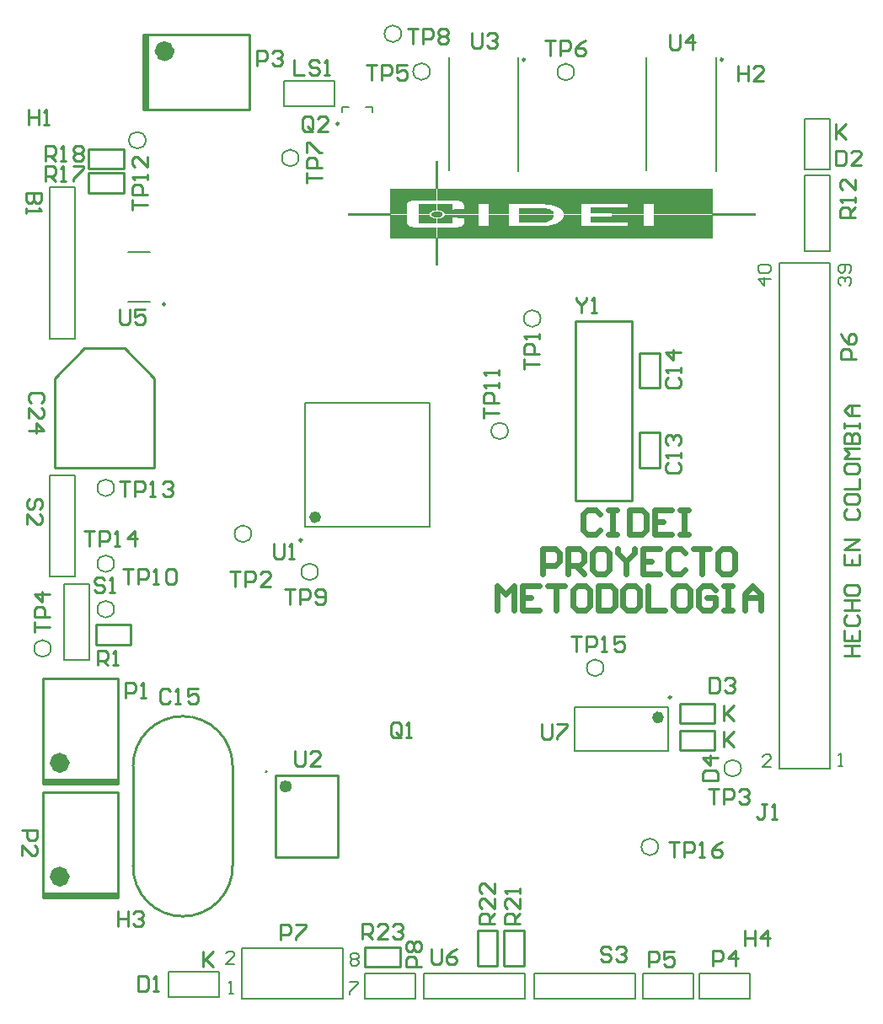
<source format=gto>
%FSLAX24Y24*%
%MOIN*%
G70*
G01*
G75*
G04 Layer_Color=65535*
%ADD10C,0.0079*%
%ADD11C,0.0394*%
%ADD12C,0.0098*%
%ADD13C,0.0236*%
%ADD14C,0.0250*%
%ADD15C,0.0100*%
%ADD16C,0.0010*%
%ADD17C,0.0218*%
%ADD18C,0.0080*%
D10*
X25182Y64650D02*
G03*
X25182Y64650I-332J0D01*
G01*
X23932Y50900D02*
G03*
X23932Y50900I-332J0D01*
G01*
X36427Y67367D02*
G03*
X36427Y67367I-332J0D01*
G01*
X35293Y68861D02*
G03*
X35293Y68861I-332J0D01*
G01*
X42132Y67350D02*
G03*
X42132Y67350I-332J0D01*
G01*
X31232Y63950D02*
G03*
X31232Y63950I-332J0D01*
G01*
X23932Y47900D02*
G03*
X23932Y47900I-332J0D01*
G01*
Y46100D02*
G03*
X23932Y46100I-332J0D01*
G01*
X43296Y43783D02*
G03*
X43296Y43783I-332J0D01*
G01*
X40804Y57598D02*
G03*
X40804Y57598I-332J0D01*
G01*
X29362Y49085D02*
G03*
X29362Y49085I-332J0D01*
G01*
X48737Y39811D02*
G03*
X48737Y39811I-332J0D01*
G01*
X21432Y44550D02*
G03*
X21432Y44550I-332J0D01*
G01*
X32001Y47579D02*
G03*
X32001Y47579I-332J0D01*
G01*
X39517Y53150D02*
G03*
X39517Y53150I-332J0D01*
G01*
X45457Y36701D02*
G03*
X45457Y36701I-332J0D01*
G01*
X44850Y30700D02*
Y31700D01*
X46850D01*
Y30700D02*
Y31700D01*
X44850Y30700D02*
X46850D01*
X21400Y47400D02*
X22400D01*
X21400D02*
Y51400D01*
X22400Y47400D02*
Y51400D01*
X21400D02*
X22400D01*
X47100Y30700D02*
Y31700D01*
X49100D01*
Y30700D02*
Y31700D01*
X47100Y30700D02*
X49100D01*
X39928Y63434D02*
Y67916D01*
X37172Y63454D02*
Y67916D01*
X52250Y39800D02*
Y59800D01*
X50250Y39800D02*
Y59800D01*
Y39800D02*
X52250D01*
X50250Y59800D02*
X52250D01*
X24487Y60234D02*
X25353D01*
X24487Y58266D02*
X25353D01*
X42139Y40484D02*
Y42216D01*
X45840Y40484D02*
Y42216D01*
X42139Y40484D02*
X45840D01*
X42139Y42216D02*
X45840D01*
X32959Y65779D02*
Y65976D01*
X33228D01*
X34141Y65779D02*
Y65976D01*
X33870D02*
X34141D01*
X47756Y63434D02*
Y67916D01*
X45000Y63454D02*
Y67916D01*
X36411Y49348D02*
Y54270D01*
X31490Y49348D02*
Y54270D01*
X36411D01*
X31490Y49348D02*
X36411D01*
X36200Y30700D02*
Y31700D01*
X40200D01*
X36200Y30700D02*
X40200D01*
Y31700D01*
X40550Y30700D02*
Y31700D01*
X44550D01*
X40550Y30700D02*
X44550D01*
Y31700D01*
X21950Y47100D02*
X22950D01*
Y44100D02*
Y47100D01*
X21950Y44100D02*
X22950D01*
X21950D02*
Y47100D01*
X51250Y60250D02*
X52250D01*
X51250D02*
Y63250D01*
X52250D01*
Y60250D02*
Y63250D01*
X33851Y30708D02*
Y31708D01*
X35851D01*
Y30708D02*
Y31708D01*
X33851Y30708D02*
X35851D01*
X29000Y30700D02*
X33000D01*
X29000Y32700D02*
X33000D01*
X29000Y30700D02*
Y32700D01*
X33000Y30700D02*
Y32700D01*
X32656Y65990D02*
Y66990D01*
X30656Y65990D02*
X32656D01*
X30656D02*
Y66990D01*
X32656D01*
X51250Y65500D02*
X52250D01*
Y63500D02*
Y65500D01*
X51250Y63500D02*
X52250D01*
X51250D02*
Y65500D01*
X28100Y30750D02*
Y31750D01*
X26100Y30750D02*
X28100D01*
X26100D02*
Y31750D01*
X28100D01*
X21400Y62800D02*
X22400D01*
X21400Y56800D02*
X22400D01*
X21400D02*
Y62800D01*
X22400Y56800D02*
Y62800D01*
D11*
X21974Y40027D02*
G03*
X21974Y40027I-197J0D01*
G01*
Y35527D02*
G03*
X21974Y35527I-197J0D01*
G01*
X26124Y68173D02*
G03*
X26124Y68173I-197J0D01*
G01*
D12*
X40188Y67836D02*
G03*
X40188Y67836I-49J0D01*
G01*
X25953Y58165D02*
G03*
X25953Y58165I-49J0D01*
G01*
X45968Y42620D02*
G03*
X45968Y42620I-49J0D01*
G01*
X32818Y65303D02*
G03*
X32818Y65303I-49J0D01*
G01*
X48016Y67836D02*
G03*
X48016Y67836I-49J0D01*
G01*
X31362Y48836D02*
G03*
X31362Y48836I-49J0D01*
G01*
D13*
X45564Y41822D02*
G03*
X45564Y41822I-118J0D01*
G01*
X32002Y49742D02*
G03*
X32002Y49742I-118J0D01*
G01*
D14*
X30834Y39094D02*
G03*
X30834Y39094I-114J0D01*
G01*
D15*
X29960Y39680D02*
G03*
X29960Y39680I-20J0D01*
G01*
X28619Y39900D02*
G03*
X24681Y39900I-1969J0D01*
G01*
Y35963D02*
G03*
X28619Y35963I1969J-39D01*
G01*
X46315Y42374D02*
X47693D01*
Y41587D02*
Y42374D01*
X46315Y41587D02*
X47693D01*
X46315D02*
Y42374D01*
X46394D01*
X23216Y44706D02*
X24594D01*
X23216D02*
Y45494D01*
X24594D01*
Y44706D02*
Y45494D01*
X24515Y44706D02*
X24594D01*
X33866Y31956D02*
X35244D01*
X33866D02*
Y32744D01*
X35244D01*
Y31956D02*
Y32744D01*
X35165Y31956D02*
X35244D01*
X44717Y51706D02*
Y53084D01*
X45504D01*
Y51706D02*
Y53084D01*
X44717Y51706D02*
X45504D01*
X44717D02*
Y51785D01*
X45504Y54866D02*
Y56244D01*
X44717Y54866D02*
X45504D01*
X44717D02*
Y56244D01*
X45504D01*
Y56165D02*
Y56244D01*
X22923Y63517D02*
X24301D01*
X22923D02*
Y64304D01*
X24301D01*
Y63517D02*
Y64304D01*
X24222Y63517D02*
X24301D01*
X22923Y62567D02*
X24301D01*
X22923D02*
Y63354D01*
X24301D01*
Y62567D02*
Y63354D01*
X24222Y62567D02*
X24301D01*
X39356Y32006D02*
Y33384D01*
X40144D01*
Y32006D02*
Y33384D01*
X39356Y32006D02*
X40144D01*
X39356D02*
Y32085D01*
X38306Y32006D02*
Y33384D01*
X39094D01*
Y32006D02*
Y33384D01*
X38306Y32006D02*
X39094D01*
X38306D02*
Y32085D01*
X21108Y39397D02*
X21147Y39357D01*
X24100D01*
Y39279D02*
Y39357D01*
X21108Y39279D02*
X24100D01*
X21108Y39200D02*
Y43373D01*
X24100D01*
Y39200D02*
Y43373D01*
X21108Y39200D02*
X24100D01*
X21108Y34897D02*
X21147Y34857D01*
X24100D01*
Y34779D02*
Y34857D01*
X21108Y34779D02*
X24100D01*
X21108Y34700D02*
Y38873D01*
X24100D01*
Y34700D02*
Y38873D01*
X21108Y34700D02*
X24100D01*
X22763Y56425D02*
X24337D01*
X21581Y55244D02*
X22763Y56425D01*
X21581Y51700D02*
Y55244D01*
Y51700D02*
X25519D01*
Y55244D01*
X24337Y56425D02*
X25519Y55244D01*
X30320Y36280D02*
X32800D01*
X30320D02*
Y39520D01*
X32800Y36280D02*
Y39510D01*
X32790Y39520D02*
X32800Y39510D01*
X30320Y39520D02*
X32790D01*
X42176Y50407D02*
Y57493D01*
X44412D01*
Y50407D02*
Y57493D01*
X42176Y50407D02*
X44412D01*
X25257Y68803D02*
X25297Y68842D01*
X25257Y65850D02*
Y68803D01*
X25179Y65850D02*
X25257D01*
X25179D02*
Y68842D01*
X25100D02*
X29273D01*
Y65850D02*
Y68842D01*
X25100Y65850D02*
X29273D01*
X25100D02*
Y68842D01*
X28619Y35963D02*
Y39900D01*
X24681Y35963D02*
Y39900D01*
X46315Y41303D02*
X47693D01*
Y40516D02*
Y41303D01*
X46315Y40516D02*
X47693D01*
X46315D02*
Y41303D01*
X46394D01*
X21050Y62550D02*
X20450D01*
Y62250D01*
X20550Y62150D01*
X20650D01*
X20750Y62250D01*
Y62550D01*
Y62250D01*
X20850Y62150D01*
X20950D01*
X21050Y62250D01*
Y62550D01*
X20450Y61950D02*
Y61750D01*
Y61850D01*
X21050D01*
X20950Y61950D01*
X45850Y51900D02*
X45750Y51800D01*
Y51600D01*
X45850Y51500D01*
X46250D01*
X46350Y51600D01*
Y51800D01*
X46250Y51900D01*
X46350Y52100D02*
Y52300D01*
Y52200D01*
X45750D01*
X45850Y52100D01*
Y52600D02*
X45750Y52700D01*
Y52900D01*
X45850Y53000D01*
X45950D01*
X46050Y52900D01*
Y52800D01*
Y52900D01*
X46150Y53000D01*
X46250D01*
X46350Y52900D01*
Y52700D01*
X46250Y52600D01*
X45861Y55250D02*
X45761Y55150D01*
Y54950D01*
X45861Y54850D01*
X46261D01*
X46360Y54950D01*
Y55150D01*
X46261Y55250D01*
X46360Y55450D02*
Y55650D01*
Y55550D01*
X45761D01*
X45861Y55450D01*
X46360Y56250D02*
X45761D01*
X46061Y55950D01*
Y56350D01*
X24900Y31600D02*
Y31000D01*
X25200D01*
X25300Y31100D01*
Y31500D01*
X25200Y31600D01*
X24900D01*
X25500Y31000D02*
X25700D01*
X25600D01*
Y31600D01*
X25500Y31500D01*
X52487Y64245D02*
Y63646D01*
X52787D01*
X52887Y63746D01*
Y64146D01*
X52787Y64245D01*
X52487D01*
X53487Y63646D02*
X53087D01*
X53487Y64046D01*
Y64146D01*
X53387Y64245D01*
X53187D01*
X53087Y64146D01*
X47500Y43400D02*
Y42800D01*
X47800D01*
X47900Y42900D01*
Y43300D01*
X47800Y43400D01*
X47500D01*
X48100Y43300D02*
X48200Y43400D01*
X48400D01*
X48500Y43300D01*
Y43200D01*
X48400Y43100D01*
X48300D01*
X48400D01*
X48500Y43000D01*
Y42900D01*
X48400Y42800D01*
X48200D01*
X48100Y42900D01*
X47221Y39320D02*
X47821D01*
Y39620D01*
X47721Y39720D01*
X47321D01*
X47221Y39620D01*
Y39320D01*
X47821Y40220D02*
X47221D01*
X47521Y39920D01*
Y40320D01*
X20557Y65869D02*
Y65269D01*
Y65569D01*
X20957D01*
Y65869D01*
Y65269D01*
X21157D02*
X21357D01*
X21257D01*
Y65869D01*
X21157Y65769D01*
X48626Y67595D02*
Y66995D01*
Y67295D01*
X49026D01*
Y67595D01*
Y66995D01*
X49626D02*
X49226D01*
X49626Y67395D01*
Y67495D01*
X49526Y67595D01*
X49326D01*
X49226Y67495D01*
X24078Y34151D02*
Y33552D01*
Y33851D01*
X24477D01*
Y34151D01*
Y33552D01*
X24677Y34051D02*
X24777Y34151D01*
X24977D01*
X25077Y34051D01*
Y33951D01*
X24977Y33851D01*
X24877D01*
X24977D01*
X25077Y33752D01*
Y33652D01*
X24977Y33552D01*
X24777D01*
X24677Y33652D01*
X48885Y33403D02*
Y32804D01*
Y33103D01*
X49285D01*
Y33403D01*
Y32804D01*
X49785D02*
Y33403D01*
X49485Y33103D01*
X49885D01*
X31050Y67818D02*
Y67218D01*
X31450D01*
X32050Y67718D02*
X31950Y67818D01*
X31750D01*
X31650Y67718D01*
Y67618D01*
X31750Y67518D01*
X31950D01*
X32050Y67418D01*
Y67318D01*
X31950Y67218D01*
X31750D01*
X31650Y67318D01*
X32250Y67218D02*
X32450D01*
X32350D01*
Y67818D01*
X32250Y67718D01*
X47619Y31986D02*
Y32586D01*
X47919D01*
X48019Y32486D01*
Y32286D01*
X47919Y32186D01*
X47619D01*
X48519Y31986D02*
Y32586D01*
X48219Y32286D01*
X48619D01*
X45100Y31950D02*
Y32550D01*
X45400D01*
X45500Y32450D01*
Y32250D01*
X45400Y32150D01*
X45100D01*
X46100Y32550D02*
X45700D01*
Y32250D01*
X45900Y32350D01*
X46000D01*
X46100Y32250D01*
Y32050D01*
X46000Y31950D01*
X45800D01*
X45700Y32050D01*
X30516Y33043D02*
Y33642D01*
X30816D01*
X30916Y33542D01*
Y33342D01*
X30816Y33242D01*
X30516D01*
X31116Y33642D02*
X31515D01*
Y33542D01*
X31116Y33142D01*
Y33043D01*
X36100Y31950D02*
X35500D01*
Y32250D01*
X35600Y32350D01*
X35800D01*
X35900Y32250D01*
Y31950D01*
X35600Y32550D02*
X35500Y32650D01*
Y32850D01*
X35600Y32950D01*
X35700D01*
X35800Y32850D01*
X35900Y32950D01*
X36000D01*
X36100Y32850D01*
Y32650D01*
X36000Y32550D01*
X35900D01*
X35800Y32650D01*
X35700Y32550D01*
X35600D01*
X35800Y32650D02*
Y32850D01*
X23294Y43880D02*
Y44479D01*
X23594D01*
X23694Y44379D01*
Y44179D01*
X23594Y44079D01*
X23294D01*
X23494D02*
X23694Y43880D01*
X23894D02*
X24094D01*
X23994D01*
Y44479D01*
X23894Y44379D01*
X53250Y61600D02*
X52650D01*
Y61900D01*
X52750Y62000D01*
X52950D01*
X53050Y61900D01*
Y61600D01*
Y61800D02*
X53250Y62000D01*
Y62200D02*
Y62400D01*
Y62300D01*
X52650D01*
X52750Y62200D01*
X53250Y63100D02*
Y62700D01*
X52850Y63100D01*
X52750D01*
X52650Y63000D01*
Y62800D01*
X52750Y62700D01*
X21203Y63017D02*
Y63616D01*
X21503D01*
X21603Y63516D01*
Y63316D01*
X21503Y63216D01*
X21203D01*
X21403D02*
X21603Y63017D01*
X21803D02*
X22003D01*
X21903D01*
Y63616D01*
X21803Y63516D01*
X22303Y63616D02*
X22703D01*
Y63516D01*
X22303Y63116D01*
Y63017D01*
X21203Y63822D02*
Y64422D01*
X21503D01*
X21603Y64322D01*
Y64122D01*
X21503Y64022D01*
X21203D01*
X21403D02*
X21603Y63822D01*
X21803D02*
X22003D01*
X21903D01*
Y64422D01*
X21803Y64322D01*
X22303D02*
X22403Y64422D01*
X22603D01*
X22703Y64322D01*
Y64222D01*
X22603Y64122D01*
X22703Y64022D01*
Y63922D01*
X22603Y63822D01*
X22403D01*
X22303Y63922D01*
Y64022D01*
X22403Y64122D01*
X22303Y64222D01*
Y64322D01*
X22403Y64122D02*
X22603D01*
X40000Y33650D02*
X39400D01*
Y33950D01*
X39500Y34050D01*
X39700D01*
X39800Y33950D01*
Y33650D01*
Y33850D02*
X40000Y34050D01*
Y34650D02*
Y34250D01*
X39600Y34650D01*
X39500D01*
X39400Y34550D01*
Y34350D01*
X39500Y34250D01*
X40000Y34850D02*
Y35050D01*
Y34950D01*
X39400D01*
X39500Y34850D01*
X39000Y33650D02*
X38400D01*
Y33950D01*
X38500Y34050D01*
X38700D01*
X38800Y33950D01*
Y33650D01*
Y33850D02*
X39000Y34050D01*
Y34650D02*
Y34250D01*
X38600Y34650D01*
X38500D01*
X38400Y34550D01*
Y34350D01*
X38500Y34250D01*
X39000Y35249D02*
Y34850D01*
X38600Y35249D01*
X38500D01*
X38400Y35150D01*
Y34950D01*
X38500Y34850D01*
X33750Y33050D02*
Y33650D01*
X34050D01*
X34150Y33550D01*
Y33350D01*
X34050Y33250D01*
X33750D01*
X33950D02*
X34150Y33050D01*
X34750D02*
X34350D01*
X34750Y33450D01*
Y33550D01*
X34650Y33650D01*
X34450D01*
X34350Y33550D01*
X34950D02*
X35050Y33650D01*
X35250D01*
X35349Y33550D01*
Y33450D01*
X35250Y33350D01*
X35150D01*
X35250D01*
X35349Y33250D01*
Y33150D01*
X35250Y33050D01*
X35050D01*
X34950Y33150D01*
X23550Y47250D02*
X23450Y47350D01*
X23250D01*
X23150Y47250D01*
Y47150D01*
X23250Y47050D01*
X23450D01*
X23550Y46950D01*
Y46850D01*
X23450Y46750D01*
X23250D01*
X23150Y46850D01*
X23750Y46750D02*
X23950D01*
X23850D01*
Y47350D01*
X23750Y47250D01*
X20981Y50079D02*
X21081Y50179D01*
Y50379D01*
X20981Y50479D01*
X20881D01*
X20781Y50379D01*
Y50179D01*
X20681Y50079D01*
X20581D01*
X20481Y50179D01*
Y50379D01*
X20581Y50479D01*
X20481Y49479D02*
Y49879D01*
X20881Y49479D01*
X20981D01*
X21081Y49579D01*
Y49779D01*
X20981Y49879D01*
X43600Y32650D02*
X43500Y32750D01*
X43300D01*
X43200Y32650D01*
Y32550D01*
X43300Y32450D01*
X43500D01*
X43600Y32350D01*
Y32250D01*
X43500Y32150D01*
X43300D01*
X43200Y32250D01*
X43800Y32650D02*
X43900Y32750D01*
X44100D01*
X44200Y32650D01*
Y32550D01*
X44100Y32450D01*
X44000D01*
X44100D01*
X44200Y32350D01*
Y32250D01*
X44100Y32150D01*
X43900D01*
X43800Y32250D01*
X40148Y55591D02*
Y55990D01*
Y55790D01*
X40748D01*
Y56190D02*
X40148D01*
Y56490D01*
X40248Y56590D01*
X40448D01*
X40548Y56490D01*
Y56190D01*
X40748Y56790D02*
Y56990D01*
Y56890D01*
X40148D01*
X40248Y56790D01*
X28518Y47600D02*
X28918D01*
X28718D01*
Y47000D01*
X29118D02*
Y47600D01*
X29418D01*
X29518Y47500D01*
Y47300D01*
X29418Y47200D01*
X29118D01*
X30118Y47000D02*
X29718D01*
X30118Y47400D01*
Y47500D01*
X30018Y47600D01*
X29818D01*
X29718Y47500D01*
X47450Y39000D02*
X47850D01*
X47650D01*
Y38400D01*
X48050D02*
Y39000D01*
X48350D01*
X48450Y38900D01*
Y38700D01*
X48350Y38600D01*
X48050D01*
X48650Y38900D02*
X48750Y39000D01*
X48950D01*
X49049Y38900D01*
Y38800D01*
X48950Y38700D01*
X48850D01*
X48950D01*
X49049Y38600D01*
Y38500D01*
X48950Y38400D01*
X48750D01*
X48650Y38500D01*
X20800Y45200D02*
Y45600D01*
Y45400D01*
X21400D01*
Y45800D02*
X20800D01*
Y46100D01*
X20900Y46200D01*
X21100D01*
X21200Y46100D01*
Y45800D01*
X21400Y46700D02*
X20800D01*
X21100Y46400D01*
Y46799D01*
X33905Y67623D02*
X34305D01*
X34105D01*
Y67023D01*
X34505D02*
Y67623D01*
X34805D01*
X34905Y67523D01*
Y67323D01*
X34805Y67223D01*
X34505D01*
X35505Y67623D02*
X35105D01*
Y67323D01*
X35305Y67423D01*
X35405D01*
X35505Y67323D01*
Y67123D01*
X35405Y67023D01*
X35205D01*
X35105Y67123D01*
X41000Y68600D02*
X41400D01*
X41200D01*
Y68000D01*
X41600D02*
Y68600D01*
X41900D01*
X42000Y68500D01*
Y68300D01*
X41900Y68200D01*
X41600D01*
X42599Y68600D02*
X42400Y68500D01*
X42200Y68300D01*
Y68100D01*
X42300Y68000D01*
X42500D01*
X42599Y68100D01*
Y68200D01*
X42500Y68300D01*
X42200D01*
X31551Y62973D02*
Y63373D01*
Y63173D01*
X32151D01*
Y63573D02*
X31551D01*
Y63873D01*
X31651Y63973D01*
X31851D01*
X31951Y63873D01*
Y63573D01*
X31551Y64173D02*
Y64573D01*
X31651D01*
X32051Y64173D01*
X32151D01*
X35551Y69064D02*
X35951D01*
X35751D01*
Y68465D01*
X36151D02*
Y69064D01*
X36451D01*
X36551Y68964D01*
Y68764D01*
X36451Y68664D01*
X36151D01*
X36751Y68964D02*
X36851Y69064D01*
X37051D01*
X37151Y68964D01*
Y68864D01*
X37051Y68764D01*
X37151Y68664D01*
Y68565D01*
X37051Y68465D01*
X36851D01*
X36751Y68565D01*
Y68664D01*
X36851Y68764D01*
X36751Y68864D01*
Y68964D01*
X36851Y68764D02*
X37051D01*
X30671Y46891D02*
X31071D01*
X30871D01*
Y46291D01*
X31271D02*
Y46891D01*
X31571D01*
X31671Y46791D01*
Y46591D01*
X31571Y46491D01*
X31271D01*
X31871Y46391D02*
X31971Y46291D01*
X32171D01*
X32271Y46391D01*
Y46791D01*
X32171Y46891D01*
X31971D01*
X31871Y46791D01*
Y46691D01*
X31971Y46591D01*
X32271D01*
X24296Y47699D02*
X24696D01*
X24496D01*
Y47099D01*
X24896D02*
Y47699D01*
X25196D01*
X25296Y47599D01*
Y47399D01*
X25196Y47299D01*
X24896D01*
X25496Y47099D02*
X25696D01*
X25596D01*
Y47699D01*
X25496Y47599D01*
X25996D02*
X26095Y47699D01*
X26295D01*
X26395Y47599D01*
Y47199D01*
X26295Y47099D01*
X26095D01*
X25996Y47199D01*
Y47599D01*
X38562Y53648D02*
Y54048D01*
Y53848D01*
X39161D01*
Y54247D02*
X38562D01*
Y54547D01*
X38662Y54647D01*
X38862D01*
X38961Y54547D01*
Y54247D01*
X39161Y54847D02*
Y55047D01*
Y54947D01*
X38562D01*
X38662Y54847D01*
X39161Y55347D02*
Y55547D01*
Y55447D01*
X38562D01*
X38662Y55347D01*
X24658Y61910D02*
Y62310D01*
Y62110D01*
X25258D01*
Y62510D02*
X24658D01*
Y62810D01*
X24758Y62910D01*
X24958D01*
X25058Y62810D01*
Y62510D01*
X25258Y63109D02*
Y63309D01*
Y63209D01*
X24658D01*
X24758Y63109D01*
X25258Y64009D02*
Y63609D01*
X24858Y64009D01*
X24758D01*
X24658Y63909D01*
Y63709D01*
X24758Y63609D01*
X24150Y51150D02*
X24550D01*
X24350D01*
Y50550D01*
X24750D02*
Y51150D01*
X25050D01*
X25150Y51050D01*
Y50850D01*
X25050Y50750D01*
X24750D01*
X25350Y50550D02*
X25550D01*
X25450D01*
Y51150D01*
X25350Y51050D01*
X25849D02*
X25949Y51150D01*
X26149D01*
X26249Y51050D01*
Y50950D01*
X26149Y50850D01*
X26049D01*
X26149D01*
X26249Y50750D01*
Y50650D01*
X26149Y50550D01*
X25949D01*
X25849Y50650D01*
X22750Y49200D02*
X23150D01*
X22950D01*
Y48600D01*
X23350D02*
Y49200D01*
X23650D01*
X23750Y49100D01*
Y48900D01*
X23650Y48800D01*
X23350D01*
X23950Y48600D02*
X24150D01*
X24050D01*
Y49200D01*
X23950Y49100D01*
X24749Y48600D02*
Y49200D01*
X24449Y48900D01*
X24849D01*
X42015Y45033D02*
X42414D01*
X42214D01*
Y44433D01*
X42614D02*
Y45033D01*
X42914D01*
X43014Y44933D01*
Y44733D01*
X42914Y44633D01*
X42614D01*
X43214Y44433D02*
X43414D01*
X43314D01*
Y45033D01*
X43214Y44933D01*
X44114Y45033D02*
X43714D01*
Y44733D01*
X43914Y44833D01*
X44014D01*
X44114Y44733D01*
Y44533D01*
X44014Y44433D01*
X43814D01*
X43714Y44533D01*
X45900Y36900D02*
X46300D01*
X46100D01*
Y36300D01*
X46500D02*
Y36900D01*
X46800D01*
X46900Y36800D01*
Y36600D01*
X46800Y36500D01*
X46500D01*
X47100Y36300D02*
X47300D01*
X47200D01*
Y36900D01*
X47100Y36800D01*
X47999Y36900D02*
X47799Y36800D01*
X47599Y36600D01*
Y36400D01*
X47699Y36300D01*
X47899D01*
X47999Y36400D01*
Y36500D01*
X47899Y36600D01*
X47599D01*
X36495Y32651D02*
Y32151D01*
X36595Y32051D01*
X36795D01*
X36895Y32151D01*
Y32651D01*
X37495D02*
X37295Y32551D01*
X37095Y32351D01*
Y32151D01*
X37195Y32051D01*
X37395D01*
X37495Y32151D01*
Y32251D01*
X37395Y32351D01*
X37095D01*
X26150Y42850D02*
X26050Y42950D01*
X25850D01*
X25750Y42850D01*
Y42450D01*
X25850Y42350D01*
X26050D01*
X26150Y42450D01*
X26350Y42350D02*
X26550D01*
X26450D01*
Y42950D01*
X26350Y42850D01*
X27250Y42950D02*
X26850D01*
Y42650D01*
X27050Y42750D01*
X27150D01*
X27250Y42650D01*
Y42450D01*
X27150Y42350D01*
X26950D01*
X26850Y42450D01*
X30250Y48700D02*
Y48200D01*
X30350Y48100D01*
X30550D01*
X30650Y48200D01*
Y48700D01*
X30850Y48100D02*
X31050D01*
X30950D01*
Y48700D01*
X30850Y48600D01*
X24400Y42600D02*
Y43200D01*
X24700D01*
X24800Y43100D01*
Y42900D01*
X24700Y42800D01*
X24400D01*
X25000Y42600D02*
X25200D01*
X25100D01*
Y43200D01*
X25000Y43100D01*
X20300Y37350D02*
X20900D01*
Y37050D01*
X20800Y36950D01*
X20600D01*
X20500Y37050D01*
Y37350D01*
X20300Y36350D02*
Y36750D01*
X20700Y36350D01*
X20800D01*
X20900Y36450D01*
Y36650D01*
X20800Y36750D01*
X29600Y67600D02*
Y68200D01*
X29900D01*
X30000Y68100D01*
Y67900D01*
X29900Y67800D01*
X29600D01*
X30200Y68100D02*
X30300Y68200D01*
X30500D01*
X30600Y68100D01*
Y68000D01*
X30500Y67900D01*
X30400D01*
X30500D01*
X30600Y67800D01*
Y67700D01*
X30500Y67600D01*
X30300D01*
X30200Y67700D01*
X38100Y68900D02*
Y68400D01*
X38200Y68300D01*
X38400D01*
X38500Y68400D01*
Y68900D01*
X38700Y68800D02*
X38800Y68900D01*
X39000D01*
X39100Y68800D01*
Y68700D01*
X39000Y68600D01*
X38900D01*
X39000D01*
X39100Y68500D01*
Y68400D01*
X39000Y68300D01*
X38800D01*
X38700Y68400D01*
X45928Y68836D02*
Y68336D01*
X46028Y68236D01*
X46228D01*
X46328Y68336D01*
Y68836D01*
X46828Y68236D02*
Y68836D01*
X46528Y68536D01*
X46928D01*
X35280Y41120D02*
Y41520D01*
X35180Y41620D01*
X34980D01*
X34880Y41520D01*
Y41120D01*
X34980Y41020D01*
X35180D01*
X35080Y41220D02*
X35280Y41020D01*
X35180D02*
X35280Y41120D01*
X35480Y41020D02*
X35680D01*
X35580D01*
Y41620D01*
X35480Y41520D01*
X42225Y58445D02*
Y58345D01*
X42425Y58145D01*
X42625Y58345D01*
Y58445D01*
X42425Y58145D02*
Y57845D01*
X42825D02*
X43025D01*
X42925D01*
Y58445D01*
X42825Y58345D01*
X31100Y40500D02*
Y40000D01*
X31200Y39900D01*
X31400D01*
X31500Y40000D01*
Y40500D01*
X32100Y39900D02*
X31700D01*
X32100Y40300D01*
Y40400D01*
X32000Y40500D01*
X31800D01*
X31700Y40400D01*
X31800Y65100D02*
Y65500D01*
X31700Y65600D01*
X31500D01*
X31400Y65500D01*
Y65100D01*
X31500Y65000D01*
X31700D01*
X31600Y65200D02*
X31800Y65000D01*
X31700D02*
X31800Y65100D01*
X32400Y65000D02*
X32000D01*
X32400Y65400D01*
Y65500D01*
X32300Y65600D01*
X32100D01*
X32000Y65500D01*
X40850Y41550D02*
Y41050D01*
X40950Y40950D01*
X41150D01*
X41250Y41050D01*
Y41550D01*
X41450D02*
X41850D01*
Y41450D01*
X41450Y41050D01*
Y40950D01*
X49750Y38400D02*
X49550D01*
X49650D01*
Y37900D01*
X49550Y37800D01*
X49450D01*
X49350Y37900D01*
X49950Y37800D02*
X50150D01*
X50050D01*
Y38400D01*
X49950Y38300D01*
X24150Y57950D02*
Y57450D01*
X24250Y57350D01*
X24450D01*
X24550Y57450D01*
Y57950D01*
X25150D02*
X24750D01*
Y57650D01*
X24950Y57750D01*
X25050D01*
X25150Y57650D01*
Y57450D01*
X25050Y57350D01*
X24850D01*
X24750Y57450D01*
X21050Y54250D02*
X21150Y54350D01*
Y54550D01*
X21050Y54650D01*
X20650D01*
X20550Y54550D01*
Y54350D01*
X20650Y54250D01*
X20550Y53650D02*
Y54050D01*
X20950Y53650D01*
X21050D01*
X21150Y53750D01*
Y53950D01*
X21050Y54050D01*
X20550Y53150D02*
X21150D01*
X20850Y53450D01*
Y53051D01*
X53300Y56000D02*
X52700D01*
Y56300D01*
X52800Y56400D01*
X53000D01*
X53100Y56300D01*
Y56000D01*
X52700Y57000D02*
X52800Y56800D01*
X53000Y56600D01*
X53200D01*
X53300Y56700D01*
Y56900D01*
X53200Y57000D01*
X53100D01*
X53000Y56900D01*
Y56600D01*
X52497Y65305D02*
Y64706D01*
Y64905D01*
X52897Y65305D01*
X52597Y65005D01*
X52897Y64706D01*
X27435Y32560D02*
Y31961D01*
Y32161D01*
X27835Y32560D01*
X27535Y32261D01*
X27835Y31961D01*
X52810Y44256D02*
X53409D01*
X53110D01*
Y44656D01*
X52810D01*
X53409D01*
X52810Y45256D02*
Y44856D01*
X53409D01*
Y45256D01*
X53110Y44856D02*
Y45056D01*
X52910Y45856D02*
X52810Y45756D01*
Y45556D01*
X52910Y45456D01*
X53309D01*
X53409Y45556D01*
Y45756D01*
X53309Y45856D01*
X52810Y46056D02*
X53409D01*
X53110D01*
Y46456D01*
X52810D01*
X53409D01*
X52810Y46955D02*
Y46755D01*
X52910Y46656D01*
X53309D01*
X53409Y46755D01*
Y46955D01*
X53309Y47055D01*
X52910D01*
X52810Y46955D01*
Y48255D02*
Y47855D01*
X53409D01*
Y48255D01*
X53110Y47855D02*
Y48055D01*
X53409Y48455D02*
X52810D01*
X53409Y48855D01*
X52810D01*
X52910Y50054D02*
X52810Y49954D01*
Y49755D01*
X52910Y49655D01*
X53309D01*
X53409Y49755D01*
Y49954D01*
X53309Y50054D01*
X52810Y50554D02*
Y50354D01*
X52910Y50254D01*
X53309D01*
X53409Y50354D01*
Y50554D01*
X53309Y50654D01*
X52910D01*
X52810Y50554D01*
Y50854D02*
X53409D01*
Y51254D01*
X52810Y51754D02*
Y51554D01*
X52910Y51454D01*
X53309D01*
X53409Y51554D01*
Y51754D01*
X53309Y51854D01*
X52910D01*
X52810Y51754D01*
X53409Y52054D02*
X52810D01*
X53010Y52254D01*
X52810Y52454D01*
X53409D01*
X52810Y52654D02*
X53409D01*
Y52953D01*
X53309Y53053D01*
X53210D01*
X53110Y52953D01*
Y52654D01*
Y52953D01*
X53010Y53053D01*
X52910D01*
X52810Y52953D01*
Y52654D01*
Y53253D02*
Y53453D01*
Y53353D01*
X53409D01*
Y53253D01*
Y53453D01*
Y53753D02*
X53010D01*
X52810Y53953D01*
X53010Y54153D01*
X53409D01*
X53110D01*
Y53753D01*
X48050Y41250D02*
Y40650D01*
Y40850D01*
X48450Y41250D01*
X48150Y40950D01*
X48450Y40650D01*
X48050Y42300D02*
Y41700D01*
Y41900D01*
X48450Y42300D01*
X48150Y42000D01*
X48450Y41700D01*
D16*
X36659Y63813D02*
X36729D01*
X36659Y63803D02*
X36729D01*
X36659Y63793D02*
X36729D01*
X36659Y63783D02*
X36729D01*
X36659Y63773D02*
X36729D01*
X36659Y63763D02*
X36729D01*
X36659Y63753D02*
X36729D01*
X36659Y63743D02*
X36729D01*
X36659Y63733D02*
X36729D01*
X36659Y63723D02*
X36729D01*
X36659Y63713D02*
X36729D01*
X36659Y63703D02*
X36729D01*
X36659Y63693D02*
X36729D01*
X36659Y63683D02*
X36729D01*
X36659Y63673D02*
X36729D01*
X36659Y63663D02*
X36729D01*
X36659Y63653D02*
X36729D01*
X36659Y63643D02*
X36729D01*
X36659Y63633D02*
X36729D01*
X36659Y63623D02*
X36729D01*
X36659Y63613D02*
X36729D01*
X36659Y63603D02*
X36729D01*
X36659Y63593D02*
X36729D01*
X36659Y63583D02*
X36729D01*
X36659Y63573D02*
X36729D01*
X36659Y63563D02*
X36729D01*
X36659Y63553D02*
X36729D01*
X36659Y63543D02*
X36729D01*
X36659Y63533D02*
X36729D01*
X36659Y63523D02*
X36729D01*
X36659Y63513D02*
X36729D01*
X36659Y63503D02*
X36729D01*
X36659Y63493D02*
X36729D01*
X36659Y63483D02*
X36729D01*
X36659Y63473D02*
X36729D01*
X36659Y63463D02*
X36729D01*
X36659Y63453D02*
X36729D01*
X36659Y63443D02*
X36729D01*
X36659Y63433D02*
X36729D01*
X36659Y63423D02*
X36729D01*
X36659Y63413D02*
X36729D01*
X36659Y63403D02*
X36729D01*
X36659Y63393D02*
X36729D01*
X36659Y63383D02*
X36729D01*
X36659Y63373D02*
X36729D01*
X36659Y63363D02*
X36729D01*
X36659Y63353D02*
X36729D01*
X36659Y63343D02*
X36729D01*
X36659Y63333D02*
X36729D01*
X36659Y63323D02*
X36729D01*
X36659Y63313D02*
X36729D01*
X36659Y63303D02*
X36729D01*
X36659Y63293D02*
X36729D01*
X36659Y63283D02*
X36729D01*
X36659Y63273D02*
X36729D01*
X36659Y63263D02*
X36729D01*
X36659Y63253D02*
X36729D01*
X36659Y63243D02*
X36729D01*
X36659Y63233D02*
X36729D01*
X36659Y63223D02*
X36729D01*
X36659Y63213D02*
X36729D01*
X36659Y63203D02*
X36729D01*
X36659Y63193D02*
X36729D01*
X36659Y63183D02*
X36729D01*
X36659Y63173D02*
X36729D01*
X36659Y63163D02*
X36729D01*
X36659Y63153D02*
X36729D01*
X36659Y63143D02*
X36729D01*
X36659Y63133D02*
X36729D01*
X36659Y63123D02*
X36729D01*
X36659Y63113D02*
X36729D01*
X36659Y63103D02*
X36729D01*
X36659Y63093D02*
X36729D01*
X36659Y63083D02*
X36729D01*
X36659Y63073D02*
X36729D01*
X36659Y63063D02*
X36729D01*
X36659Y63053D02*
X36729D01*
X36659Y63043D02*
X36729D01*
X36659Y63033D02*
X36729D01*
X36659Y63023D02*
X36729D01*
X36659Y63013D02*
X36729D01*
X36659Y63003D02*
X36729D01*
X36659Y62993D02*
X36729D01*
X36659Y62983D02*
X36729D01*
X36659Y62973D02*
X36729D01*
X36659Y62963D02*
X36729D01*
X36659Y62953D02*
X36729D01*
X36659Y62943D02*
X36729D01*
X36659Y62933D02*
X36729D01*
X36659Y62923D02*
X36729D01*
X36659Y62913D02*
X36729D01*
X36659Y62903D02*
X36729D01*
X36659Y62893D02*
X36729D01*
X36659Y62883D02*
X36729D01*
X36659Y62873D02*
X36729D01*
X36659Y62863D02*
X36729D01*
X36659Y62853D02*
X36729D01*
X36659Y62843D02*
X36729D01*
X36659Y62833D02*
X36729D01*
X36659Y62823D02*
X36729D01*
X36659Y62813D02*
X36729D01*
X36659Y62803D02*
X36729D01*
X36659Y62793D02*
X36729D01*
X36659Y62783D02*
X36729D01*
X36659Y62773D02*
X36729D01*
X36659Y62763D02*
X36729D01*
X36659Y62753D02*
X36729D01*
X34849Y62743D02*
X36659D01*
X36719D02*
X47589D01*
X34849Y62733D02*
X36659D01*
X36719D02*
X47589D01*
X34849Y62723D02*
X36659D01*
X36719D02*
X47589D01*
X34849Y62713D02*
X36659D01*
X36719D02*
X47589D01*
X34849Y62703D02*
X36659D01*
X36719D02*
X47589D01*
X34849Y62693D02*
X36659D01*
X36719D02*
X47589D01*
X34849Y62683D02*
X36659D01*
X36719D02*
X47589D01*
X34849Y62673D02*
X36659D01*
X36719D02*
X47589D01*
X34849Y62663D02*
X36659D01*
X36719D02*
X47589D01*
X34849Y62653D02*
X36659D01*
X36719D02*
X47589D01*
X34849Y62643D02*
X36659D01*
X36719D02*
X47589D01*
X34849Y62633D02*
X36659D01*
X36719D02*
X47589D01*
X34849Y62623D02*
X36659D01*
X36719D02*
X47589D01*
X34849Y62613D02*
X36659D01*
X36719D02*
X47589D01*
X34849Y62603D02*
X36659D01*
X36719D02*
X47589D01*
X34849Y62593D02*
X36659D01*
X36719D02*
X47589D01*
X34849Y62583D02*
X36659D01*
X36719D02*
X47589D01*
X34849Y62573D02*
X36659D01*
X36719D02*
X47589D01*
X34849Y62563D02*
X36659D01*
X36719D02*
X47589D01*
X34849Y62553D02*
X36659D01*
X36719D02*
X47589D01*
X34849Y62543D02*
X36659D01*
X36719D02*
X47589D01*
X34849Y62533D02*
X36659D01*
X36719D02*
X47589D01*
X34849Y62523D02*
X36659D01*
X36719D02*
X47589D01*
X34849Y62513D02*
X36659D01*
X36719D02*
X47589D01*
X34849Y62503D02*
X36659D01*
X36719D02*
X47589D01*
X34849Y62493D02*
X36659D01*
X36719D02*
X47589D01*
X34849Y62483D02*
X36659D01*
X36719D02*
X47589D01*
X34849Y62473D02*
X36659D01*
X36719D02*
X47589D01*
X34849Y62463D02*
X36659D01*
X36719D02*
X47589D01*
X34849Y62453D02*
X36659D01*
X36719D02*
X47589D01*
X34849Y62443D02*
X36659D01*
X36719D02*
X47589D01*
X34849Y62433D02*
X36659D01*
X36719D02*
X47589D01*
X34849Y62423D02*
X36659D01*
X36719D02*
X47589D01*
X34849Y62413D02*
X36659D01*
X36719D02*
X47589D01*
X34849Y62403D02*
X36659D01*
X36719D02*
X47589D01*
X34849Y62393D02*
X36659D01*
X36719D02*
X47589D01*
X34849Y62383D02*
X36659D01*
X36719D02*
X47589D01*
X34849Y62373D02*
X36659D01*
X36719D02*
X47589D01*
X34849Y62363D02*
X36659D01*
X36719D02*
X47589D01*
X34849Y62353D02*
X36659D01*
X36719D02*
X47589D01*
X34849Y62343D02*
X36659D01*
X36719D02*
X47589D01*
X34849Y62333D02*
X36659D01*
X36719D02*
X47589D01*
X34849Y62323D02*
X36659D01*
X36719D02*
X47589D01*
X34849Y62313D02*
X36659D01*
X36719D02*
X47589D01*
X34849Y62303D02*
X36659D01*
X36719D02*
X47589D01*
X34849Y62293D02*
X36659D01*
X36719D02*
X47589D01*
X34849Y62283D02*
X35689D01*
X37539D02*
X47589D01*
X34849Y62273D02*
X35639D01*
X37599D02*
X47589D01*
X34849Y62263D02*
X35599D01*
X37629D02*
X47589D01*
X34849Y62253D02*
X35579D01*
X37649D02*
X47589D01*
X34849Y62243D02*
X35559D01*
X37669D02*
X47589D01*
X34849Y62233D02*
X35549D01*
X37689D02*
X47589D01*
X34849Y62223D02*
X35529D01*
X37699D02*
X47589D01*
X34849Y62213D02*
X35519D01*
X37709D02*
X47589D01*
X34849Y62203D02*
X35509D01*
X37719D02*
X47589D01*
X34849Y62193D02*
X35509D01*
X37729D02*
X47589D01*
X34849Y62183D02*
X35499D01*
X37739D02*
X47589D01*
X34849Y62173D02*
X35489D01*
X37749D02*
X47589D01*
X34849Y62163D02*
X35489D01*
X37749D02*
X47589D01*
X34849Y62153D02*
X35489D01*
X37759D02*
X47589D01*
X34849Y62143D02*
X35479D01*
X37759D02*
X38329D01*
X38759D02*
X39509D01*
X40969D02*
X42369D01*
X44239D02*
X44859D01*
X45279D02*
X47589D01*
X34849Y62133D02*
X35479D01*
X37769D02*
X38329D01*
X38759D02*
X39509D01*
X41069D02*
X42369D01*
X44239D02*
X44859D01*
X45279D02*
X47589D01*
X34849Y62123D02*
X35479D01*
X37769D02*
X38329D01*
X38759D02*
X39509D01*
X41139D02*
X42369D01*
X44239D02*
X44859D01*
X45279D02*
X47589D01*
X34849Y62113D02*
X35479D01*
X35969D02*
X36659D01*
X36719D02*
X37289D01*
X37769D02*
X38329D01*
X38759D02*
X39509D01*
X41199D02*
X42369D01*
X44239D02*
X44859D01*
X45279D02*
X47589D01*
X34849Y62103D02*
X35479D01*
X35969D02*
X36659D01*
X36719D02*
X37289D01*
X37779D02*
X38329D01*
X38759D02*
X39509D01*
X41239D02*
X42369D01*
X44239D02*
X44859D01*
X45279D02*
X47589D01*
X34849Y62093D02*
X35469D01*
X35969D02*
X36659D01*
X36719D02*
X37289D01*
X37779D02*
X38329D01*
X38759D02*
X39509D01*
X41289D02*
X42369D01*
X44239D02*
X44859D01*
X45279D02*
X47589D01*
X34849Y62083D02*
X35469D01*
X35969D02*
X36659D01*
X36719D02*
X37289D01*
X37779D02*
X38329D01*
X38759D02*
X39509D01*
X41319D02*
X42369D01*
X44239D02*
X44859D01*
X45279D02*
X47589D01*
X34849Y62073D02*
X35469D01*
X35969D02*
X36659D01*
X36719D02*
X37289D01*
X37779D02*
X38329D01*
X38759D02*
X39509D01*
X41359D02*
X42369D01*
X44239D02*
X44859D01*
X45279D02*
X47589D01*
X34849Y62063D02*
X35469D01*
X35969D02*
X36659D01*
X36719D02*
X37289D01*
X37779D02*
X38329D01*
X38759D02*
X39509D01*
X41389D02*
X42369D01*
X44239D02*
X44859D01*
X45279D02*
X47589D01*
X34849Y62053D02*
X35469D01*
X35969D02*
X36659D01*
X36719D02*
X37289D01*
X37789D02*
X38329D01*
X38759D02*
X39509D01*
X41419D02*
X42369D01*
X44239D02*
X44859D01*
X45279D02*
X47589D01*
X34849Y62043D02*
X35469D01*
X35969D02*
X36659D01*
X36719D02*
X37289D01*
X37789D02*
X38329D01*
X38759D02*
X39509D01*
X41439D02*
X42369D01*
X44239D02*
X44859D01*
X45279D02*
X47589D01*
X34849Y62033D02*
X35469D01*
X35969D02*
X36659D01*
X36719D02*
X37289D01*
X37789D02*
X38329D01*
X38759D02*
X39509D01*
X41469D02*
X42369D01*
X44239D02*
X44859D01*
X45279D02*
X47589D01*
X34849Y62023D02*
X35469D01*
X35969D02*
X36659D01*
X36719D02*
X37289D01*
X37789D02*
X38329D01*
X38759D02*
X39509D01*
X41489D02*
X42369D01*
X44239D02*
X44859D01*
X45279D02*
X47589D01*
X34849Y62013D02*
X35469D01*
X35969D02*
X36659D01*
X36719D02*
X37289D01*
X37789D02*
X38329D01*
X38759D02*
X39509D01*
X41509D02*
X42369D01*
X44239D02*
X44859D01*
X45279D02*
X47589D01*
X34849Y62003D02*
X35469D01*
X35969D02*
X36659D01*
X36719D02*
X37289D01*
X37789D02*
X38329D01*
X38759D02*
X39509D01*
X41529D02*
X42369D01*
X42799D02*
X44859D01*
X45279D02*
X47589D01*
X34849Y61993D02*
X35469D01*
X35969D02*
X36659D01*
X36719D02*
X37289D01*
X37789D02*
X38329D01*
X38759D02*
X39509D01*
X41549D02*
X42369D01*
X42799D02*
X44859D01*
X45279D02*
X47589D01*
X34849Y61983D02*
X35469D01*
X35969D02*
X36659D01*
X36719D02*
X37289D01*
X37779D02*
X38329D01*
X38759D02*
X39509D01*
X41559D02*
X42369D01*
X42799D02*
X44859D01*
X45279D02*
X47589D01*
X34849Y61973D02*
X35469D01*
X35969D02*
X36659D01*
X36719D02*
X37289D01*
X37779D02*
X38329D01*
X38759D02*
X39509D01*
X39939D02*
X40879D01*
X41579D02*
X42369D01*
X42799D02*
X44859D01*
X45279D02*
X47589D01*
X34849Y61963D02*
X35469D01*
X35969D02*
X36659D01*
X36719D02*
X37289D01*
X37779D02*
X38329D01*
X38759D02*
X39509D01*
X39939D02*
X40969D01*
X41589D02*
X42369D01*
X42799D02*
X44859D01*
X45279D02*
X47589D01*
X34849Y61953D02*
X35469D01*
X35969D02*
X36659D01*
X36719D02*
X37289D01*
X37779D02*
X38329D01*
X38759D02*
X39509D01*
X39939D02*
X41019D01*
X41599D02*
X42369D01*
X42799D02*
X44859D01*
X45279D02*
X47589D01*
X34849Y61943D02*
X35469D01*
X35969D02*
X36659D01*
X36719D02*
X37289D01*
X37689D02*
X38329D01*
X38759D02*
X39509D01*
X39939D02*
X41059D01*
X41619D02*
X42369D01*
X42799D02*
X44859D01*
X45279D02*
X47589D01*
X34849Y61933D02*
X35469D01*
X35969D02*
X36659D01*
X36719D02*
X37289D01*
X37589D02*
X38329D01*
X38759D02*
X39509D01*
X39939D02*
X41089D01*
X41629D02*
X42369D01*
X42799D02*
X44859D01*
X45279D02*
X47589D01*
X34849Y61923D02*
X35469D01*
X35969D02*
X36659D01*
X36719D02*
X37289D01*
X37489D02*
X38329D01*
X38759D02*
X39509D01*
X39939D02*
X41119D01*
X41639D02*
X42369D01*
X42799D02*
X44859D01*
X45279D02*
X47589D01*
X34849Y61913D02*
X35469D01*
X35969D02*
X36659D01*
X36719D02*
X37289D01*
X37389D02*
X38329D01*
X38759D02*
X39509D01*
X39939D02*
X41149D01*
X41649D02*
X42369D01*
X42799D02*
X44859D01*
X45279D02*
X47589D01*
X34849Y61903D02*
X35469D01*
X35969D02*
X36639D01*
X36749D02*
X38329D01*
X38759D02*
X39509D01*
X39939D02*
X41169D01*
X41659D02*
X42369D01*
X42799D02*
X44859D01*
X45279D02*
X47589D01*
X34849Y61893D02*
X35469D01*
X35969D02*
X36569D01*
X36809D02*
X38329D01*
X38759D02*
X39509D01*
X39939D02*
X41179D01*
X41659D02*
X42369D01*
X42799D02*
X44859D01*
X45279D02*
X47589D01*
X34849Y61883D02*
X35469D01*
X35969D02*
X36529D01*
X36849D02*
X38329D01*
X38759D02*
X39509D01*
X39939D02*
X41199D01*
X41669D02*
X42369D01*
X42799D02*
X44859D01*
X45279D02*
X47589D01*
X34849Y61873D02*
X35469D01*
X35969D02*
X36499D01*
X36879D02*
X38329D01*
X38759D02*
X39509D01*
X39939D02*
X41209D01*
X41679D02*
X42369D01*
X42799D02*
X44859D01*
X45279D02*
X47589D01*
X34849Y61863D02*
X35469D01*
X35969D02*
X36479D01*
X36909D02*
X38329D01*
X38759D02*
X39509D01*
X39939D02*
X41229D01*
X41689D02*
X42369D01*
X42799D02*
X44859D01*
X45279D02*
X47589D01*
X34849Y61853D02*
X35469D01*
X35969D02*
X36459D01*
X36929D02*
X38329D01*
X38759D02*
X39509D01*
X39939D02*
X41239D01*
X41689D02*
X42369D01*
X42799D02*
X44859D01*
X45279D02*
X47589D01*
X34849Y61843D02*
X35469D01*
X35969D02*
X36439D01*
X36939D02*
X38329D01*
X38759D02*
X39509D01*
X39939D02*
X41249D01*
X41699D02*
X42369D01*
X42799D02*
X44859D01*
X45279D02*
X47589D01*
X34849Y61833D02*
X35469D01*
X35969D02*
X36429D01*
X36639D02*
X36739D01*
X36959D02*
X38329D01*
X38759D02*
X39509D01*
X39939D02*
X41259D01*
X41699D02*
X42369D01*
X42799D02*
X44859D01*
X45279D02*
X47589D01*
X34849Y61823D02*
X35469D01*
X35969D02*
X36409D01*
X36589D02*
X36789D01*
X36969D02*
X38329D01*
X38759D02*
X39509D01*
X39939D02*
X41259D01*
X41709D02*
X42369D01*
X42799D02*
X44859D01*
X45279D02*
X47589D01*
X34849Y61813D02*
X35469D01*
X35969D02*
X36399D01*
X36569D02*
X36819D01*
X36979D02*
X38329D01*
X38759D02*
X39509D01*
X39939D02*
X41269D01*
X41709D02*
X42369D01*
X42799D02*
X44859D01*
X45279D02*
X47589D01*
X34849Y61803D02*
X35469D01*
X35969D02*
X36389D01*
X36549D02*
X36839D01*
X36989D02*
X38329D01*
X38759D02*
X39509D01*
X39939D02*
X41279D01*
X41709D02*
X42369D01*
X42799D02*
X44859D01*
X45279D02*
X47589D01*
X34849Y61793D02*
X35469D01*
X35969D02*
X36379D01*
X36529D02*
X36849D01*
X36999D02*
X38329D01*
X38759D02*
X39509D01*
X39939D02*
X41279D01*
X41719D02*
X42369D01*
X42799D02*
X44859D01*
X45279D02*
X47589D01*
X34849Y61783D02*
X35469D01*
X35969D02*
X36379D01*
X36519D02*
X36869D01*
X37009D02*
X38329D01*
X38759D02*
X39509D01*
X39939D02*
X41289D01*
X41719D02*
X42369D01*
X42799D02*
X44859D01*
X45279D02*
X47589D01*
X34849Y61773D02*
X35469D01*
X35969D02*
X36369D01*
X36509D02*
X36869D01*
X37009D02*
X38329D01*
X38759D02*
X39509D01*
X39939D02*
X41289D01*
X41719D02*
X42369D01*
X43629D02*
X44859D01*
X45279D02*
X47589D01*
X33169Y61763D02*
X35469D01*
X35969D02*
X36369D01*
X36499D02*
X36879D01*
X37019D02*
X38329D01*
X38759D02*
X39509D01*
X39939D02*
X41289D01*
X41719D02*
X42359D01*
X43629D02*
X44859D01*
X45289D02*
X49269D01*
X33169Y61753D02*
X34849D01*
X36499D02*
X36889D01*
X47589D02*
X49269D01*
X33169Y61743D02*
X34849D01*
X36499D02*
X36889D01*
X47589D02*
X49269D01*
X33169Y61733D02*
X34849D01*
X36489D02*
X36889D01*
X47589D02*
X49269D01*
X33169Y61723D02*
X34849D01*
X36489D02*
X36889D01*
X47589D02*
X49269D01*
X33169Y61713D02*
X34849D01*
X36499D02*
X36889D01*
X47589D02*
X49269D01*
X33169Y61703D02*
X34849D01*
X36499D02*
X36879D01*
X47589D02*
X49269D01*
X34849Y61693D02*
X35469D01*
X35969D02*
X36369D01*
X36499D02*
X36879D01*
X37009D02*
X38329D01*
X38759D02*
X39509D01*
X39939D02*
X41299D01*
X41729D02*
X42369D01*
X43629D02*
X44859D01*
X45279D02*
X47589D01*
X34849Y61683D02*
X35469D01*
X35969D02*
X36369D01*
X36509D02*
X36869D01*
X37009D02*
X38329D01*
X38759D02*
X39509D01*
X39939D02*
X41299D01*
X41719D02*
X42369D01*
X43629D02*
X44859D01*
X45279D02*
X47589D01*
X34849Y61673D02*
X35469D01*
X35969D02*
X36379D01*
X36519D02*
X36859D01*
X36999D02*
X38329D01*
X38759D02*
X39509D01*
X39939D02*
X41289D01*
X41719D02*
X42369D01*
X43629D02*
X44859D01*
X45279D02*
X47589D01*
X34849Y61663D02*
X35469D01*
X35969D02*
X36389D01*
X36529D02*
X36849D01*
X36999D02*
X38329D01*
X38759D02*
X39509D01*
X39939D02*
X41289D01*
X41719D02*
X42369D01*
X43629D02*
X44859D01*
X45279D02*
X47589D01*
X34849Y61653D02*
X35469D01*
X35969D02*
X36399D01*
X36549D02*
X36829D01*
X36989D02*
X38329D01*
X38759D02*
X39509D01*
X39939D02*
X41289D01*
X41719D02*
X42369D01*
X43629D02*
X44859D01*
X45279D02*
X47589D01*
X34849Y61643D02*
X35469D01*
X35969D02*
X36409D01*
X36569D02*
X36809D01*
X36979D02*
X38329D01*
X38759D02*
X39509D01*
X39939D02*
X41279D01*
X41719D02*
X42369D01*
X43629D02*
X44859D01*
X45279D02*
X47589D01*
X34849Y61633D02*
X35469D01*
X35969D02*
X36419D01*
X36599D02*
X36779D01*
X36969D02*
X38329D01*
X38759D02*
X39509D01*
X39939D02*
X41279D01*
X41709D02*
X42369D01*
X43629D02*
X44859D01*
X45279D02*
X47589D01*
X34849Y61623D02*
X35469D01*
X35969D02*
X36429D01*
X36669D02*
X36709D01*
X36949D02*
X37269D01*
X37319D02*
X38329D01*
X38759D02*
X39509D01*
X39939D02*
X41269D01*
X41709D02*
X42369D01*
X42799D02*
X44859D01*
X45279D02*
X47589D01*
X34849Y61613D02*
X35469D01*
X35969D02*
X36449D01*
X36939D02*
X37269D01*
X37419D02*
X38329D01*
X38759D02*
X39509D01*
X39939D02*
X41269D01*
X41709D02*
X42369D01*
X42799D02*
X44859D01*
X45279D02*
X47589D01*
X34849Y61603D02*
X35469D01*
X35969D02*
X36459D01*
X36919D02*
X37269D01*
X37509D02*
X38329D01*
X38759D02*
X39509D01*
X39939D02*
X41259D01*
X41699D02*
X42369D01*
X42799D02*
X44859D01*
X45279D02*
X47589D01*
X34849Y61593D02*
X35469D01*
X35969D02*
X36479D01*
X36899D02*
X37269D01*
X37599D02*
X38329D01*
X38759D02*
X39509D01*
X39939D02*
X41249D01*
X41699D02*
X42369D01*
X42799D02*
X44859D01*
X45279D02*
X47589D01*
X34849Y61583D02*
X35469D01*
X35969D02*
X36509D01*
X36869D02*
X37269D01*
X37689D02*
X38329D01*
X38759D02*
X39509D01*
X39939D02*
X41239D01*
X41689D02*
X42369D01*
X42799D02*
X44859D01*
X45279D02*
X47589D01*
X34849Y61573D02*
X35469D01*
X35969D02*
X36539D01*
X36839D02*
X37269D01*
X37779D02*
X38329D01*
X38759D02*
X39509D01*
X39939D02*
X41239D01*
X41689D02*
X42369D01*
X42799D02*
X44859D01*
X45279D02*
X47589D01*
X34849Y61563D02*
X35469D01*
X35969D02*
X36589D01*
X36799D02*
X37269D01*
X37789D02*
X38329D01*
X38759D02*
X39509D01*
X39939D02*
X41229D01*
X41679D02*
X42369D01*
X42799D02*
X44859D01*
X45279D02*
X47589D01*
X34849Y61553D02*
X35469D01*
X35969D02*
X36659D01*
X36719D02*
X37269D01*
X37789D02*
X38329D01*
X38759D02*
X39509D01*
X39939D02*
X41219D01*
X41669D02*
X42369D01*
X42799D02*
X44859D01*
X45279D02*
X47589D01*
X34849Y61543D02*
X35469D01*
X35969D02*
X36659D01*
X36719D02*
X37269D01*
X37789D02*
X38329D01*
X38759D02*
X39509D01*
X39939D02*
X41209D01*
X41669D02*
X42369D01*
X42799D02*
X44859D01*
X45279D02*
X47589D01*
X34849Y61533D02*
X35469D01*
X35969D02*
X36659D01*
X36719D02*
X37269D01*
X37789D02*
X38329D01*
X38759D02*
X39509D01*
X39939D02*
X41199D01*
X41659D02*
X42369D01*
X42799D02*
X44859D01*
X45279D02*
X47589D01*
X34849Y61523D02*
X35469D01*
X35969D02*
X36659D01*
X36719D02*
X37269D01*
X37789D02*
X38329D01*
X38759D02*
X39509D01*
X39939D02*
X41179D01*
X41649D02*
X42369D01*
X42799D02*
X44859D01*
X45279D02*
X47589D01*
X34849Y61513D02*
X35469D01*
X35969D02*
X36659D01*
X36719D02*
X37269D01*
X37789D02*
X38329D01*
X38759D02*
X39509D01*
X39939D02*
X41169D01*
X41649D02*
X42369D01*
X42799D02*
X44859D01*
X45279D02*
X47589D01*
X34849Y61503D02*
X35469D01*
X35969D02*
X36659D01*
X36719D02*
X37269D01*
X37789D02*
X38329D01*
X38759D02*
X39509D01*
X39939D02*
X41159D01*
X41639D02*
X42369D01*
X42799D02*
X44859D01*
X45279D02*
X47589D01*
X34849Y61493D02*
X35469D01*
X35969D02*
X36659D01*
X36719D02*
X37269D01*
X37789D02*
X38329D01*
X38759D02*
X39509D01*
X39939D02*
X41139D01*
X41629D02*
X42369D01*
X42799D02*
X44859D01*
X45279D02*
X47589D01*
X34849Y61483D02*
X35469D01*
X35969D02*
X36659D01*
X36719D02*
X37269D01*
X37789D02*
X38329D01*
X38759D02*
X39509D01*
X39939D02*
X41119D01*
X41619D02*
X42369D01*
X42799D02*
X44859D01*
X45279D02*
X47589D01*
X34849Y61473D02*
X35469D01*
X35969D02*
X36659D01*
X36719D02*
X37269D01*
X37789D02*
X38329D01*
X38759D02*
X39509D01*
X39939D02*
X41099D01*
X41609D02*
X42369D01*
X42799D02*
X44859D01*
X45279D02*
X47589D01*
X34849Y61463D02*
X35469D01*
X35969D02*
X36659D01*
X36719D02*
X37269D01*
X37789D02*
X38329D01*
X38759D02*
X39509D01*
X39939D02*
X41079D01*
X41599D02*
X42369D01*
X42799D02*
X44859D01*
X45279D02*
X47589D01*
X34849Y61453D02*
X35469D01*
X35969D02*
X36659D01*
X36719D02*
X37269D01*
X37789D02*
X38329D01*
X38759D02*
X39509D01*
X39939D02*
X41049D01*
X41589D02*
X42369D01*
X42799D02*
X44859D01*
X45279D02*
X47589D01*
X34849Y61443D02*
X35469D01*
X35969D02*
X36659D01*
X36719D02*
X37269D01*
X37789D02*
X38329D01*
X38759D02*
X39509D01*
X39939D02*
X41019D01*
X41569D02*
X42369D01*
X42799D02*
X44859D01*
X45279D02*
X47589D01*
X34849Y61433D02*
X35469D01*
X35969D02*
X36659D01*
X36719D02*
X37269D01*
X37789D02*
X38329D01*
X38759D02*
X39509D01*
X39939D02*
X40969D01*
X41559D02*
X42369D01*
X42799D02*
X44859D01*
X45279D02*
X47589D01*
X34849Y61423D02*
X35469D01*
X35969D02*
X36659D01*
X36719D02*
X37269D01*
X37789D02*
X38329D01*
X38759D02*
X39509D01*
X39939D02*
X40899D01*
X41549D02*
X42369D01*
X44239D02*
X44859D01*
X45279D02*
X47589D01*
X34849Y61413D02*
X35469D01*
X35969D02*
X36659D01*
X36719D02*
X37269D01*
X37789D02*
X38329D01*
X38759D02*
X39509D01*
X41529D02*
X42369D01*
X44239D02*
X44859D01*
X45279D02*
X47589D01*
X34849Y61403D02*
X35469D01*
X35969D02*
X36659D01*
X36719D02*
X37269D01*
X37789D02*
X38329D01*
X38759D02*
X39509D01*
X41519D02*
X42369D01*
X44239D02*
X44859D01*
X45279D02*
X47589D01*
X34849Y61393D02*
X35479D01*
X37789D02*
X38329D01*
X38759D02*
X39509D01*
X41499D02*
X42369D01*
X44239D02*
X44859D01*
X45279D02*
X47589D01*
X34849Y61383D02*
X35479D01*
X37779D02*
X38329D01*
X38759D02*
X39509D01*
X41479D02*
X42369D01*
X44239D02*
X44859D01*
X45279D02*
X47589D01*
X34849Y61373D02*
X35479D01*
X37779D02*
X38329D01*
X38759D02*
X39509D01*
X41459D02*
X42369D01*
X44239D02*
X44859D01*
X45279D02*
X47589D01*
X34849Y61363D02*
X35479D01*
X37779D02*
X38329D01*
X38759D02*
X39509D01*
X41439D02*
X42369D01*
X44239D02*
X44859D01*
X45279D02*
X47589D01*
X34849Y61353D02*
X35489D01*
X37769D02*
X38329D01*
X38759D02*
X39509D01*
X41419D02*
X42369D01*
X44239D02*
X44859D01*
X45279D02*
X47589D01*
X34849Y61343D02*
X35489D01*
X37769D02*
X38329D01*
X38759D02*
X39509D01*
X41389D02*
X42369D01*
X44239D02*
X44859D01*
X45279D02*
X47589D01*
X34849Y61333D02*
X35499D01*
X37759D02*
X38329D01*
X38759D02*
X39509D01*
X41369D02*
X42369D01*
X44239D02*
X44859D01*
X45279D02*
X47589D01*
X34849Y61323D02*
X35509D01*
X37759D02*
X38329D01*
X38759D02*
X39509D01*
X41339D02*
X42369D01*
X44239D02*
X44859D01*
X45279D02*
X47589D01*
X34849Y61313D02*
X35509D01*
X37749D02*
X38329D01*
X38759D02*
X39509D01*
X41299D02*
X42369D01*
X44239D02*
X44859D01*
X45279D02*
X47589D01*
X34849Y61303D02*
X35519D01*
X37739D02*
X38329D01*
X38759D02*
X39509D01*
X41259D02*
X42369D01*
X44239D02*
X44859D01*
X45279D02*
X47589D01*
X34849Y61293D02*
X35529D01*
X37729D02*
X38329D01*
X38759D02*
X39509D01*
X41219D02*
X42369D01*
X44239D02*
X44859D01*
X45279D02*
X47589D01*
X34849Y61283D02*
X35539D01*
X37719D02*
X38329D01*
X38759D02*
X39509D01*
X41159D02*
X42369D01*
X44239D02*
X44859D01*
X45279D02*
X47589D01*
X34849Y61273D02*
X35559D01*
X37709D02*
X38329D01*
X38759D02*
X39509D01*
X41089D02*
X42369D01*
X44239D02*
X44859D01*
X45279D02*
X47589D01*
X34849Y61263D02*
X35569D01*
X37689D02*
X38329D01*
X38759D02*
X39509D01*
X40989D02*
X42369D01*
X44239D02*
X44859D01*
X45279D02*
X47589D01*
X34849Y61253D02*
X35589D01*
X37669D02*
X47589D01*
X34849Y61243D02*
X35609D01*
X37649D02*
X47589D01*
X34849Y61233D02*
X35629D01*
X37619D02*
X47589D01*
X34849Y61223D02*
X35659D01*
X37589D02*
X47589D01*
X34849Y61213D02*
X35709D01*
X37549D02*
X47589D01*
X34849Y61203D02*
X35779D01*
X37469D02*
X47589D01*
X34849Y61193D02*
X36659D01*
X36719D02*
X47589D01*
X34849Y61183D02*
X36659D01*
X36719D02*
X47589D01*
X34849Y61173D02*
X36659D01*
X36719D02*
X47589D01*
X34849Y61163D02*
X36659D01*
X36719D02*
X47589D01*
X34849Y61153D02*
X36659D01*
X36719D02*
X47589D01*
X34849Y61143D02*
X36659D01*
X36719D02*
X47589D01*
X34849Y61133D02*
X36659D01*
X36719D02*
X47589D01*
X34849Y61123D02*
X36659D01*
X36719D02*
X47589D01*
X34849Y61113D02*
X36659D01*
X36719D02*
X47589D01*
X34849Y61103D02*
X36659D01*
X36719D02*
X47589D01*
X34849Y61093D02*
X36659D01*
X36719D02*
X47589D01*
X34849Y61083D02*
X36659D01*
X36719D02*
X47589D01*
X34849Y61073D02*
X36659D01*
X36719D02*
X47589D01*
X34849Y61063D02*
X36659D01*
X36719D02*
X47589D01*
X34849Y61053D02*
X36659D01*
X36719D02*
X47589D01*
X34849Y61043D02*
X36659D01*
X36719D02*
X47589D01*
X34849Y61033D02*
X36659D01*
X36719D02*
X47589D01*
X34849Y61023D02*
X36659D01*
X36719D02*
X47589D01*
X34849Y61013D02*
X36659D01*
X36719D02*
X47589D01*
X34849Y61003D02*
X36659D01*
X36719D02*
X47589D01*
X34849Y60993D02*
X36659D01*
X36719D02*
X47589D01*
X34849Y60983D02*
X36659D01*
X36719D02*
X47589D01*
X34849Y60973D02*
X36659D01*
X36719D02*
X47589D01*
X34849Y60963D02*
X36659D01*
X36719D02*
X47589D01*
X34849Y60953D02*
X36659D01*
X36719D02*
X47589D01*
X34849Y60943D02*
X36659D01*
X36719D02*
X47589D01*
X34849Y60933D02*
X36659D01*
X36719D02*
X47589D01*
X34849Y60923D02*
X36659D01*
X36719D02*
X47589D01*
X34849Y60913D02*
X36659D01*
X36719D02*
X47589D01*
X34849Y60903D02*
X36659D01*
X36719D02*
X47589D01*
X34849Y60893D02*
X36659D01*
X36719D02*
X47589D01*
X34849Y60883D02*
X36659D01*
X36719D02*
X47589D01*
X34849Y60873D02*
X36659D01*
X36719D02*
X47589D01*
X34849Y60863D02*
X36659D01*
X36719D02*
X47589D01*
X34849Y60853D02*
X36659D01*
X36719D02*
X47589D01*
X34849Y60843D02*
X36659D01*
X36719D02*
X47589D01*
X34849Y60833D02*
X36659D01*
X36719D02*
X47589D01*
X34849Y60823D02*
X36659D01*
X36719D02*
X47589D01*
X34849Y60813D02*
X36659D01*
X36719D02*
X47589D01*
X34849Y60803D02*
X36659D01*
X36719D02*
X47589D01*
X34849Y60793D02*
X47589D01*
X36659Y60783D02*
X36729D01*
X36659Y60773D02*
X36729D01*
X36659Y60763D02*
X36729D01*
X36659Y60753D02*
X36729D01*
X36659Y60743D02*
X36729D01*
X36659Y60733D02*
X36729D01*
X36659Y60723D02*
X36729D01*
X36659Y60713D02*
X36729D01*
X36659Y60703D02*
X36729D01*
X36659Y60693D02*
X36729D01*
X36659Y60683D02*
X36729D01*
X36659Y60673D02*
X36729D01*
X36659Y60663D02*
X36729D01*
X36659Y60653D02*
X36729D01*
X36659Y60643D02*
X36729D01*
X36659Y60633D02*
X36729D01*
X36659Y60623D02*
X36729D01*
X36659Y60613D02*
X36729D01*
X36659Y60603D02*
X36729D01*
X36659Y60593D02*
X36729D01*
X36659Y60583D02*
X36729D01*
X36659Y60573D02*
X36729D01*
X36659Y60563D02*
X36729D01*
X36659Y60553D02*
X36729D01*
X36659Y60543D02*
X36729D01*
X36659Y60533D02*
X36729D01*
X36659Y60523D02*
X36729D01*
X36659Y60513D02*
X36729D01*
X36659Y60503D02*
X36729D01*
X36659Y60493D02*
X36729D01*
X36659Y60483D02*
X36729D01*
X36659Y60473D02*
X36729D01*
X36659Y60463D02*
X36729D01*
X36659Y60453D02*
X36729D01*
X36659Y60443D02*
X36729D01*
X36659Y60433D02*
X36729D01*
X36659Y60423D02*
X36729D01*
X36659Y60413D02*
X36729D01*
X36659Y60403D02*
X36729D01*
X36659Y60393D02*
X36729D01*
X36659Y60383D02*
X36729D01*
X36659Y60373D02*
X36729D01*
X36659Y60363D02*
X36729D01*
X36659Y60353D02*
X36729D01*
X36659Y60343D02*
X36729D01*
X36659Y60333D02*
X36729D01*
X36659Y60323D02*
X36729D01*
X36659Y60313D02*
X36729D01*
X36659Y60303D02*
X36729D01*
X36659Y60293D02*
X36729D01*
X36659Y60283D02*
X36729D01*
X36659Y60273D02*
X36729D01*
X36659Y60263D02*
X36729D01*
X36659Y60253D02*
X36729D01*
X36659Y60243D02*
X36729D01*
X36659Y60233D02*
X36729D01*
X36659Y60223D02*
X36729D01*
X36659Y60213D02*
X36729D01*
X36659Y60203D02*
X36729D01*
X36659Y60193D02*
X36729D01*
X36659Y60183D02*
X36729D01*
X36659Y60173D02*
X36729D01*
X36659Y60163D02*
X36729D01*
X36659Y60153D02*
X36729D01*
X36659Y60143D02*
X36729D01*
X36659Y60133D02*
X36729D01*
X36659Y60123D02*
X36729D01*
X36659Y60113D02*
X36729D01*
X36659Y60103D02*
X36729D01*
X36659Y60093D02*
X36729D01*
X36659Y60083D02*
X36729D01*
X36659Y60073D02*
X36729D01*
X36659Y60063D02*
X36729D01*
X36659Y60053D02*
X36729D01*
X36659Y60043D02*
X36729D01*
X36659Y60033D02*
X36729D01*
X36659Y60023D02*
X36729D01*
X36659Y60013D02*
X36729D01*
X36659Y60003D02*
X36729D01*
X36659Y59993D02*
X36729D01*
X36659Y59983D02*
X36729D01*
X36659Y59973D02*
X36729D01*
X36659Y59963D02*
X36729D01*
X36659Y59953D02*
X36729D01*
X36659Y59943D02*
X36729D01*
X36659Y59933D02*
X36729D01*
X36659Y59923D02*
X36729D01*
X36659Y59913D02*
X36729D01*
X36659Y59903D02*
X36729D01*
X36659Y59893D02*
X36729D01*
X36659Y59883D02*
X36729D01*
X36659Y59873D02*
X36729D01*
X36659Y59863D02*
X36729D01*
X36659Y59853D02*
X36729D01*
X36659Y59843D02*
X36729D01*
X36659Y59833D02*
X36729D01*
X36659Y59823D02*
X36729D01*
X36659Y59813D02*
X36729D01*
X36659Y59803D02*
X36729D01*
X36659Y59793D02*
X36729D01*
X36659Y59783D02*
X36729D01*
X36659Y59773D02*
X36729D01*
X36659Y59763D02*
X36729D01*
X36659Y59753D02*
X36729D01*
X36659Y59743D02*
X36729D01*
X36659Y59733D02*
X36729D01*
X36659Y59723D02*
X36729D01*
D17*
X43162Y49878D02*
X42997Y50043D01*
X42666D01*
X42500Y49878D01*
Y49216D01*
X42666Y49050D01*
X42997D01*
X43162Y49216D01*
X43493Y50043D02*
X43825D01*
X43659D01*
Y49050D01*
X43493D01*
X43825D01*
X44321Y50043D02*
Y49050D01*
X44818D01*
X44983Y49216D01*
Y49878D01*
X44818Y50043D01*
X44321D01*
X45977D02*
X45315D01*
Y49050D01*
X45977D01*
X45315Y49547D02*
X45646D01*
X46308Y50043D02*
X46639D01*
X46474D01*
Y49050D01*
X46308D01*
X46639D01*
X40876Y47500D02*
Y48493D01*
X41373D01*
X41539Y48328D01*
Y47997D01*
X41373Y47831D01*
X40876D01*
X41870Y47500D02*
Y48493D01*
X42366D01*
X42532Y48328D01*
Y47997D01*
X42366Y47831D01*
X41870D01*
X42201D02*
X42532Y47500D01*
X43360Y48493D02*
X43029D01*
X42863Y48328D01*
Y47666D01*
X43029Y47500D01*
X43360D01*
X43525Y47666D01*
Y48328D01*
X43360Y48493D01*
X43857D02*
Y48328D01*
X44188Y47997D01*
X44519Y48328D01*
Y48493D01*
X44188Y47997D02*
Y47500D01*
X45512Y48493D02*
X44850D01*
Y47500D01*
X45512D01*
X44850Y47997D02*
X45181D01*
X46506Y48328D02*
X46340Y48493D01*
X46009D01*
X45843Y48328D01*
Y47666D01*
X46009Y47500D01*
X46340D01*
X46506Y47666D01*
X46837Y48493D02*
X47499D01*
X47168D01*
Y47500D01*
X48327Y48493D02*
X47996D01*
X47830Y48328D01*
Y47666D01*
X47996Y47500D01*
X48327D01*
X48492Y47666D01*
Y48328D01*
X48327Y48493D01*
X39100Y46050D02*
Y47043D01*
X39431Y46712D01*
X39762Y47043D01*
Y46050D01*
X40756Y47043D02*
X40093D01*
Y46050D01*
X40756D01*
X40093Y46547D02*
X40425D01*
X41087Y47043D02*
X41749D01*
X41418D01*
Y46050D01*
X42577Y47043D02*
X42246D01*
X42080Y46878D01*
Y46216D01*
X42246Y46050D01*
X42577D01*
X42742Y46216D01*
Y46878D01*
X42577Y47043D01*
X43074D02*
Y46050D01*
X43570D01*
X43736Y46216D01*
Y46878D01*
X43570Y47043D01*
X43074D01*
X44564D02*
X44232D01*
X44067Y46878D01*
Y46216D01*
X44232Y46050D01*
X44564D01*
X44729Y46216D01*
Y46878D01*
X44564Y47043D01*
X45060D02*
Y46050D01*
X45723D01*
X46550Y47043D02*
X46219D01*
X46054Y46878D01*
Y46216D01*
X46219Y46050D01*
X46550D01*
X46716Y46216D01*
Y46878D01*
X46550Y47043D01*
X47709Y46878D02*
X47544Y47043D01*
X47213D01*
X47047Y46878D01*
Y46216D01*
X47213Y46050D01*
X47544D01*
X47709Y46216D01*
Y46547D01*
X47378D01*
X48040Y47043D02*
X48372D01*
X48206D01*
Y46050D01*
X48040D01*
X48372D01*
X48868D02*
Y46712D01*
X49199Y47043D01*
X49530Y46712D01*
Y46050D01*
Y46547D01*
X48868D01*
D18*
X52600Y39900D02*
X52767D01*
X52683D01*
Y40400D01*
X52600Y40317D01*
X49933Y39850D02*
X49600D01*
X49933Y40183D01*
Y40267D01*
X49850Y40350D01*
X49683D01*
X49600Y40267D01*
X49906Y59150D02*
X49406D01*
X49656Y58900D01*
Y59233D01*
X49489Y59400D02*
X49406Y59483D01*
Y59650D01*
X49489Y59733D01*
X49822D01*
X49906Y59650D01*
Y59483D01*
X49822Y59400D01*
X49489D01*
X52683Y58900D02*
X52600Y58983D01*
Y59150D01*
X52683Y59233D01*
X52767D01*
X52850Y59150D01*
Y59067D01*
Y59150D01*
X52933Y59233D01*
X53017D01*
X53100Y59150D01*
Y58983D01*
X53017Y58900D01*
Y59400D02*
X53100Y59483D01*
Y59650D01*
X53017Y59733D01*
X52683D01*
X52600Y59650D01*
Y59483D01*
X52683Y59400D01*
X52767D01*
X52850Y59483D01*
Y59733D01*
X28699Y32078D02*
X28366D01*
X28699Y32411D01*
Y32494D01*
X28616Y32578D01*
X28449D01*
X28366Y32494D01*
X28468Y30909D02*
X28635D01*
X28552D01*
Y31409D01*
X28468Y31325D01*
X33256Y31365D02*
X33589D01*
Y31282D01*
X33256Y30949D01*
Y30865D01*
X33610Y32091D02*
X33527Y32007D01*
X33360D01*
X33277Y32091D01*
Y32174D01*
X33360Y32257D01*
X33277Y32340D01*
Y32424D01*
X33360Y32507D01*
X33527D01*
X33610Y32424D01*
Y32340D01*
X33527Y32257D01*
X33610Y32174D01*
Y32091D01*
X33527Y32257D02*
X33360D01*
M02*

</source>
